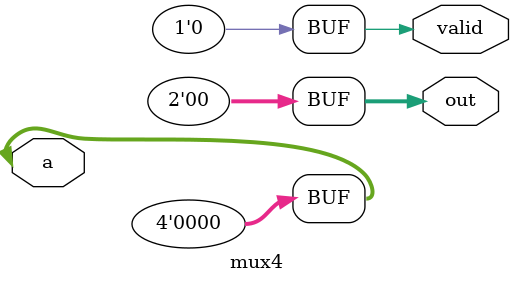
<source format=v>
module mux4(
  input[3:0] a,
  
  output[1:0] out,
  output valid
  //output carry
       );
    assign a=4'b0000;
    assign valid  = a[3] | a[2] | a[1] | a[0];
//if (|a) begin
     assign out = a[3] ? 2'b11 :a[2] ? 2'b10 :a[1] ? 2'b01 :a[0] ? 2'b00 : 2'b00; // De

 

 
     
    

    

   
    initial begin
    $monitor(" a=%b  %b %b  ",$realtime,a,out,valid);
    end
    
endmodule

</source>
